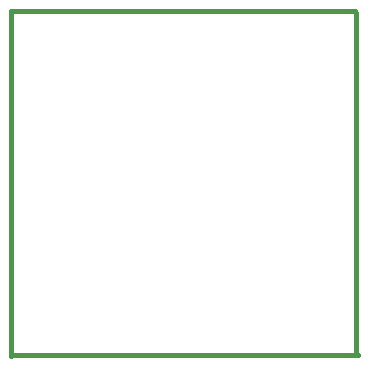
<source format=gko>
%FSLAX25Y25*%
%MOIN*%
G70*
G01*
G75*
G04 Layer_Color=16711935*
%ADD10C,0.02000*%
%ADD11C,0.01000*%
%ADD12R,0.06000X0.06000*%
%ADD13O,0.03937X0.01969*%
%ADD14R,0.03937X0.01969*%
%ADD15C,0.01500*%
%ADD16C,0.06000*%
%ADD17C,0.05315*%
%ADD18R,0.05315X0.05315*%
%ADD19R,0.05906X0.05906*%
%ADD20C,0.05906*%
%ADD21C,0.00787*%
%ADD22R,0.06800X0.06800*%
%ADD23O,0.04737X0.02769*%
%ADD24R,0.04737X0.02769*%
%ADD25C,0.06800*%
%ADD26C,0.06115*%
%ADD27R,0.06115X0.06115*%
%ADD28R,0.06706X0.06706*%
%ADD29C,0.06706*%
D15*
X200000Y340000D02*
X314500D01*
X315000Y339500D01*
Y226000D02*
Y339500D01*
Y226000D02*
X315500Y225500D01*
X200500D02*
X315500D01*
X200000Y225000D02*
X200500Y225500D01*
X200000Y225000D02*
Y340000D01*
M02*

</source>
